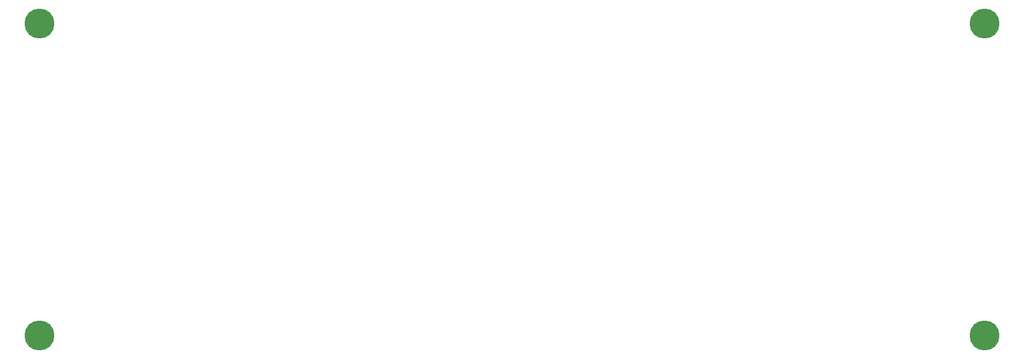
<source format=gbr>
%TF.GenerationSoftware,KiCad,Pcbnew,8.0.1*%
%TF.CreationDate,2025-07-26T13:45:32+02:00*%
%TF.ProjectId,SVX_Node_Case_front,5356585f-4e6f-4646-955f-436173655f66,rev?*%
%TF.SameCoordinates,Original*%
%TF.FileFunction,Soldermask,Top*%
%TF.FilePolarity,Negative*%
%FSLAX46Y46*%
G04 Gerber Fmt 4.6, Leading zero omitted, Abs format (unit mm)*
G04 Created by KiCad (PCBNEW 8.0.1) date 2025-07-26 13:45:32*
%MOMM*%
%LPD*%
G01*
G04 APERTURE LIST*
%ADD10C,4.300000*%
G04 APERTURE END LIST*
D10*
%TO.C,REF1*%
X79050000Y-68550000D03*
%TD*%
%TO.C,REF2*%
X214950000Y-68575000D03*
%TD*%
%TO.C,REF3*%
X214930000Y-113450000D03*
%TD*%
%TO.C,REF4*%
X79050000Y-113450000D03*
%TD*%
M02*

</source>
